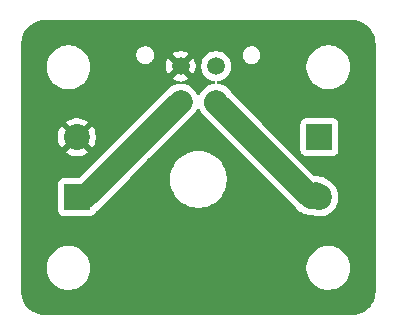
<source format=gbr>
%TF.GenerationSoftware,KiCad,Pcbnew,9.0.0*%
%TF.CreationDate,2025-03-01T23:02:35+01:00*%
%TF.ProjectId,vcore3-molex-shelf,76636f72-6533-42d6-9d6f-6c65782d7368,rev?*%
%TF.SameCoordinates,Original*%
%TF.FileFunction,Copper,L1,Top*%
%TF.FilePolarity,Positive*%
%FSLAX46Y46*%
G04 Gerber Fmt 4.6, Leading zero omitted, Abs format (unit mm)*
G04 Created by KiCad (PCBNEW 9.0.0) date 2025-03-01 23:02:35*
%MOMM*%
%LPD*%
G01*
G04 APERTURE LIST*
G04 Aperture macros list*
%AMRoundRect*
0 Rectangle with rounded corners*
0 $1 Rounding radius*
0 $2 $3 $4 $5 $6 $7 $8 $9 X,Y pos of 4 corners*
0 Add a 4 corners polygon primitive as box body*
4,1,4,$2,$3,$4,$5,$6,$7,$8,$9,$2,$3,0*
0 Add four circle primitives for the rounded corners*
1,1,$1+$1,$2,$3*
1,1,$1+$1,$4,$5*
1,1,$1+$1,$6,$7*
1,1,$1+$1,$8,$9*
0 Add four rect primitives between the rounded corners*
20,1,$1+$1,$2,$3,$4,$5,0*
20,1,$1+$1,$4,$5,$6,$7,0*
20,1,$1+$1,$6,$7,$8,$9,0*
20,1,$1+$1,$8,$9,$2,$3,0*%
G04 Aperture macros list end*
%TA.AperFunction,ComponentPad*%
%ADD10RoundRect,0.250001X0.499999X0.499999X-0.499999X0.499999X-0.499999X-0.499999X0.499999X-0.499999X0*%
%TD*%
%TA.AperFunction,ComponentPad*%
%ADD11C,1.500000*%
%TD*%
%TA.AperFunction,ComponentPad*%
%ADD12R,2.200000X2.200000*%
%TD*%
%TA.AperFunction,ComponentPad*%
%ADD13C,2.200000*%
%TD*%
%TA.AperFunction,ViaPad*%
%ADD14C,0.800000*%
%TD*%
%TA.AperFunction,Conductor*%
%ADD15C,2.000000*%
%TD*%
G04 APERTURE END LIST*
D10*
%TO.P,J0,1,Pin_1*%
%TO.N,Net-(J0-Pin_1)*%
X177500000Y-107915000D03*
D11*
%TO.P,J0,2,Pin_2*%
%TO.N,Net-(J0-Pin_2)*%
X174500000Y-107915000D03*
%TO.P,J0,3,Pin_3*%
%TO.N,Net-(J0-Pin_3)*%
X177500000Y-104915000D03*
%TO.P,J0,4,Pin_4*%
%TO.N,GND*%
X174500000Y-104915000D03*
%TD*%
D12*
%TO.P,J2,1,Pin_1*%
%TO.N,Net-(J0-Pin_3)*%
X186250000Y-110920000D03*
D13*
%TO.P,J2,2,Pin_2*%
%TO.N,Net-(J0-Pin_1)*%
X186250000Y-116000000D03*
%TD*%
D12*
%TO.P,J1,1,Pin_1*%
%TO.N,Net-(J0-Pin_2)*%
X165716999Y-116000000D03*
D13*
%TO.P,J1,2,Pin_2*%
%TO.N,GND*%
X165716999Y-110920000D03*
%TD*%
D14*
%TO.N,GND*%
X179500000Y-113000000D03*
X185750000Y-113000000D03*
X165500000Y-113500000D03*
X176500000Y-102500000D03*
X168000000Y-108000000D03*
X167500000Y-118500000D03*
X169000000Y-124500000D03*
X181500000Y-105500000D03*
X172000000Y-113000000D03*
X183000000Y-124500000D03*
X188000000Y-117500000D03*
%TD*%
D15*
%TO.N,Net-(J0-Pin_2)*%
X166415000Y-116000000D02*
X165716999Y-116000000D01*
X174500000Y-107915000D02*
X166415000Y-116000000D01*
%TO.N,Net-(J0-Pin_1)*%
X185500000Y-116000000D02*
X186250000Y-116000000D01*
X177500000Y-107915000D02*
X177500000Y-108000000D01*
X177500000Y-108000000D02*
X185500000Y-116000000D01*
X185977001Y-115727001D02*
X186250000Y-116000000D01*
%TD*%
%TA.AperFunction,Conductor*%
%TO.N,GND*%
G36*
X189004119Y-101000770D02*
G01*
X189231523Y-101015674D01*
X189241163Y-101016681D01*
X189292634Y-101024081D01*
X189299176Y-101025202D01*
X189495706Y-101064294D01*
X189506582Y-101066967D01*
X189548717Y-101079338D01*
X189553663Y-101080903D01*
X189751890Y-101148193D01*
X189763707Y-101152882D01*
X189786843Y-101163448D01*
X189790168Y-101165028D01*
X189992351Y-101264733D01*
X190006607Y-101272964D01*
X190210352Y-101409102D01*
X190223418Y-101419127D01*
X190407658Y-101580701D01*
X190419298Y-101592341D01*
X190580870Y-101776579D01*
X190590897Y-101789647D01*
X190727028Y-101993381D01*
X190727030Y-101993383D01*
X190735271Y-102007657D01*
X190834957Y-102209802D01*
X190836565Y-102213188D01*
X190847112Y-102236283D01*
X190851811Y-102248123D01*
X190919081Y-102446293D01*
X190920664Y-102451296D01*
X190933027Y-102493399D01*
X190935710Y-102504317D01*
X190974786Y-102700765D01*
X190975925Y-102707416D01*
X190983314Y-102758812D01*
X190984326Y-102768501D01*
X190999230Y-102995880D01*
X190999500Y-103004121D01*
X190999500Y-123995878D01*
X190999230Y-124004118D01*
X190999230Y-124004119D01*
X190984326Y-124231497D01*
X190983314Y-124241186D01*
X190975925Y-124292582D01*
X190974786Y-124299233D01*
X190935710Y-124495681D01*
X190933027Y-124506599D01*
X190920664Y-124548702D01*
X190919081Y-124553705D01*
X190851811Y-124751875D01*
X190847112Y-124763715D01*
X190836565Y-124786810D01*
X190834957Y-124790196D01*
X190735270Y-124992342D01*
X190727029Y-125006616D01*
X190590897Y-125210352D01*
X190580864Y-125223428D01*
X190419305Y-125407651D01*
X190407651Y-125419305D01*
X190223428Y-125580864D01*
X190210352Y-125590897D01*
X190006616Y-125727029D01*
X189992342Y-125735270D01*
X189790196Y-125834957D01*
X189786810Y-125836565D01*
X189763715Y-125847112D01*
X189751875Y-125851811D01*
X189553705Y-125919081D01*
X189548702Y-125920664D01*
X189506599Y-125933027D01*
X189495681Y-125935710D01*
X189299233Y-125974786D01*
X189292582Y-125975925D01*
X189241186Y-125983314D01*
X189231497Y-125984326D01*
X189004119Y-125999230D01*
X188995878Y-125999500D01*
X163004122Y-125999500D01*
X162995881Y-125999230D01*
X162768501Y-125984326D01*
X162758812Y-125983314D01*
X162707416Y-125975925D01*
X162700765Y-125974786D01*
X162504317Y-125935710D01*
X162493399Y-125933027D01*
X162451296Y-125920664D01*
X162446293Y-125919081D01*
X162248123Y-125851811D01*
X162236283Y-125847112D01*
X162213188Y-125836565D01*
X162209802Y-125834957D01*
X162077090Y-125769511D01*
X162007653Y-125735269D01*
X161993387Y-125727032D01*
X161789647Y-125590897D01*
X161776579Y-125580870D01*
X161592341Y-125419298D01*
X161580701Y-125407658D01*
X161419127Y-125223418D01*
X161409102Y-125210352D01*
X161344590Y-125113803D01*
X161272964Y-125006607D01*
X161264733Y-124992351D01*
X161165028Y-124790168D01*
X161163448Y-124786843D01*
X161152882Y-124763707D01*
X161148193Y-124751890D01*
X161080904Y-124553664D01*
X161079334Y-124548702D01*
X161066967Y-124506582D01*
X161064294Y-124495706D01*
X161025202Y-124299176D01*
X161024081Y-124292634D01*
X161016681Y-124241163D01*
X161015674Y-124231523D01*
X161000770Y-124004118D01*
X161000500Y-123995878D01*
X161000500Y-121878709D01*
X163149500Y-121878709D01*
X163149500Y-122121290D01*
X163181160Y-122361782D01*
X163243944Y-122596095D01*
X163243945Y-122596097D01*
X163243946Y-122596100D01*
X163336776Y-122820212D01*
X163336777Y-122820213D01*
X163336782Y-122820224D01*
X163458061Y-123030285D01*
X163458063Y-123030288D01*
X163458064Y-123030289D01*
X163605735Y-123222738D01*
X163605739Y-123222742D01*
X163605744Y-123222748D01*
X163777251Y-123394255D01*
X163777256Y-123394259D01*
X163777262Y-123394265D01*
X163969711Y-123541936D01*
X163969714Y-123541938D01*
X164179775Y-123663217D01*
X164179779Y-123663218D01*
X164179788Y-123663224D01*
X164403900Y-123756054D01*
X164638211Y-123818838D01*
X164638215Y-123818838D01*
X164638217Y-123818839D01*
X164700202Y-123826999D01*
X164878712Y-123850500D01*
X164878719Y-123850500D01*
X165121281Y-123850500D01*
X165121288Y-123850500D01*
X165338637Y-123821885D01*
X165361782Y-123818839D01*
X165361782Y-123818838D01*
X165361789Y-123818838D01*
X165596100Y-123756054D01*
X165820212Y-123663224D01*
X166030289Y-123541936D01*
X166222738Y-123394265D01*
X166394265Y-123222738D01*
X166541936Y-123030289D01*
X166663224Y-122820212D01*
X166756054Y-122596100D01*
X166818838Y-122361789D01*
X166850500Y-122121288D01*
X166850500Y-121878712D01*
X166850500Y-121878709D01*
X185149500Y-121878709D01*
X185149500Y-122121290D01*
X185181160Y-122361782D01*
X185243944Y-122596095D01*
X185243945Y-122596097D01*
X185243946Y-122596100D01*
X185336776Y-122820212D01*
X185336777Y-122820213D01*
X185336782Y-122820224D01*
X185458061Y-123030285D01*
X185458063Y-123030288D01*
X185458064Y-123030289D01*
X185605735Y-123222738D01*
X185605739Y-123222742D01*
X185605744Y-123222748D01*
X185777251Y-123394255D01*
X185777256Y-123394259D01*
X185777262Y-123394265D01*
X185969711Y-123541936D01*
X185969714Y-123541938D01*
X186179775Y-123663217D01*
X186179779Y-123663218D01*
X186179788Y-123663224D01*
X186403900Y-123756054D01*
X186638211Y-123818838D01*
X186638215Y-123818838D01*
X186638217Y-123818839D01*
X186700202Y-123826999D01*
X186878712Y-123850500D01*
X186878719Y-123850500D01*
X187121281Y-123850500D01*
X187121288Y-123850500D01*
X187338637Y-123821885D01*
X187361782Y-123818839D01*
X187361782Y-123818838D01*
X187361789Y-123818838D01*
X187596100Y-123756054D01*
X187820212Y-123663224D01*
X188030289Y-123541936D01*
X188222738Y-123394265D01*
X188394265Y-123222738D01*
X188541936Y-123030289D01*
X188663224Y-122820212D01*
X188756054Y-122596100D01*
X188818838Y-122361789D01*
X188850500Y-122121288D01*
X188850500Y-121878712D01*
X188818838Y-121638211D01*
X188756054Y-121403900D01*
X188663224Y-121179788D01*
X188663218Y-121179779D01*
X188663217Y-121179775D01*
X188541938Y-120969714D01*
X188541936Y-120969711D01*
X188394265Y-120777262D01*
X188394259Y-120777256D01*
X188394255Y-120777251D01*
X188222748Y-120605744D01*
X188222742Y-120605739D01*
X188222738Y-120605735D01*
X188030289Y-120458064D01*
X188030288Y-120458063D01*
X188030285Y-120458061D01*
X187820224Y-120336782D01*
X187820216Y-120336778D01*
X187820212Y-120336776D01*
X187596100Y-120243946D01*
X187596097Y-120243945D01*
X187596095Y-120243944D01*
X187361782Y-120181160D01*
X187121290Y-120149500D01*
X187121288Y-120149500D01*
X186878712Y-120149500D01*
X186878709Y-120149500D01*
X186638217Y-120181160D01*
X186403904Y-120243944D01*
X186403900Y-120243946D01*
X186179786Y-120336777D01*
X186179775Y-120336782D01*
X185969714Y-120458061D01*
X185777262Y-120605735D01*
X185777251Y-120605744D01*
X185605744Y-120777251D01*
X185605735Y-120777262D01*
X185458061Y-120969714D01*
X185336782Y-121179775D01*
X185336777Y-121179786D01*
X185243946Y-121403900D01*
X185243944Y-121403904D01*
X185181160Y-121638217D01*
X185149500Y-121878709D01*
X166850500Y-121878709D01*
X166818838Y-121638211D01*
X166756054Y-121403900D01*
X166663224Y-121179788D01*
X166663218Y-121179779D01*
X166663217Y-121179775D01*
X166541938Y-120969714D01*
X166541936Y-120969711D01*
X166394265Y-120777262D01*
X166394259Y-120777256D01*
X166394255Y-120777251D01*
X166222748Y-120605744D01*
X166222742Y-120605739D01*
X166222738Y-120605735D01*
X166030289Y-120458064D01*
X166030288Y-120458063D01*
X166030285Y-120458061D01*
X165820224Y-120336782D01*
X165820216Y-120336778D01*
X165820212Y-120336776D01*
X165596100Y-120243946D01*
X165596097Y-120243945D01*
X165596095Y-120243944D01*
X165361782Y-120181160D01*
X165121290Y-120149500D01*
X165121288Y-120149500D01*
X164878712Y-120149500D01*
X164878709Y-120149500D01*
X164638217Y-120181160D01*
X164403904Y-120243944D01*
X164403900Y-120243946D01*
X164179786Y-120336777D01*
X164179775Y-120336782D01*
X163969714Y-120458061D01*
X163777262Y-120605735D01*
X163777251Y-120605744D01*
X163605744Y-120777251D01*
X163605735Y-120777262D01*
X163458061Y-120969714D01*
X163336782Y-121179775D01*
X163336777Y-121179786D01*
X163243946Y-121403900D01*
X163243944Y-121403904D01*
X163181160Y-121638217D01*
X163149500Y-121878709D01*
X161000500Y-121878709D01*
X161000500Y-114851350D01*
X164108499Y-114851350D01*
X164108499Y-117148649D01*
X164115008Y-117209196D01*
X164115010Y-117209204D01*
X164166109Y-117346202D01*
X164166111Y-117346207D01*
X164253737Y-117463261D01*
X164370791Y-117550887D01*
X164370793Y-117550888D01*
X164370795Y-117550889D01*
X164419068Y-117568894D01*
X164507794Y-117601988D01*
X164507802Y-117601990D01*
X164568349Y-117608499D01*
X164568354Y-117608499D01*
X164568361Y-117608500D01*
X164568367Y-117608500D01*
X166865631Y-117608500D01*
X166865637Y-117608500D01*
X166865644Y-117608499D01*
X166865648Y-117608499D01*
X166926195Y-117601990D01*
X166926198Y-117601989D01*
X166926200Y-117601989D01*
X167063203Y-117550889D01*
X167180260Y-117463261D01*
X167229127Y-117397983D01*
X167267886Y-117346207D01*
X167267886Y-117346206D01*
X167267888Y-117346204D01*
X167306422Y-117242889D01*
X167348967Y-117186057D01*
X167350304Y-117185069D01*
X167397722Y-117150620D01*
X167565620Y-116982722D01*
X167572793Y-116975549D01*
X167572804Y-116975535D01*
X170183151Y-114365189D01*
X173599500Y-114365189D01*
X173599500Y-114634810D01*
X173629688Y-114902735D01*
X173689685Y-115165597D01*
X173778726Y-115420061D01*
X173778737Y-115420088D01*
X173895717Y-115663000D01*
X174039159Y-115891286D01*
X174207268Y-116102088D01*
X174397911Y-116292731D01*
X174608713Y-116460840D01*
X174836999Y-116604282D01*
X174837002Y-116604283D01*
X174837003Y-116604284D01*
X175079921Y-116721267D01*
X175079937Y-116721272D01*
X175079938Y-116721273D01*
X175334402Y-116810314D01*
X175334405Y-116810314D01*
X175334409Y-116810316D01*
X175597268Y-116870312D01*
X175787248Y-116891717D01*
X175865189Y-116900500D01*
X175865191Y-116900500D01*
X176134811Y-116900500D01*
X176202853Y-116892833D01*
X176402732Y-116870312D01*
X176665591Y-116810316D01*
X176920079Y-116721267D01*
X177162997Y-116604284D01*
X177391289Y-116460838D01*
X177602085Y-116292734D01*
X177792734Y-116102085D01*
X177960838Y-115891289D01*
X177972074Y-115873408D01*
X178104282Y-115663000D01*
X178104281Y-115663000D01*
X178104284Y-115662997D01*
X178221267Y-115420079D01*
X178310316Y-115165591D01*
X178370312Y-114902732D01*
X178400500Y-114634809D01*
X178400500Y-114365191D01*
X178396424Y-114329020D01*
X178379813Y-114181595D01*
X178370312Y-114097268D01*
X178310316Y-113834409D01*
X178221267Y-113579921D01*
X178104284Y-113337003D01*
X178104283Y-113337002D01*
X178104282Y-113336999D01*
X177960840Y-113108713D01*
X177792731Y-112897911D01*
X177602088Y-112707268D01*
X177391286Y-112539159D01*
X177163000Y-112395717D01*
X176920088Y-112278737D01*
X176920083Y-112278735D01*
X176920079Y-112278733D01*
X176920073Y-112278730D01*
X176920061Y-112278726D01*
X176665597Y-112189685D01*
X176402735Y-112129688D01*
X176134811Y-112099500D01*
X176134809Y-112099500D01*
X175865191Y-112099500D01*
X175865189Y-112099500D01*
X175597264Y-112129688D01*
X175334402Y-112189685D01*
X175079938Y-112278726D01*
X175079911Y-112278737D01*
X174836999Y-112395717D01*
X174608713Y-112539159D01*
X174397911Y-112707268D01*
X174207268Y-112897911D01*
X174039159Y-113108713D01*
X173895717Y-113336999D01*
X173778737Y-113579911D01*
X173778726Y-113579938D01*
X173689685Y-113834402D01*
X173629688Y-114097264D01*
X173599500Y-114365189D01*
X170183151Y-114365189D01*
X175650620Y-108897721D01*
X175790185Y-108705626D01*
X175867607Y-108553676D01*
X175916353Y-108502063D01*
X175985268Y-108484997D01*
X176052469Y-108507897D01*
X176096622Y-108563495D01*
X176099700Y-108571929D01*
X176102018Y-108579063D01*
X176209815Y-108790627D01*
X176349380Y-108982722D01*
X176349382Y-108982724D01*
X176349384Y-108982727D01*
X176521667Y-109155010D01*
X176521689Y-109155030D01*
X184346204Y-116979545D01*
X184346233Y-116979576D01*
X184517272Y-117150615D01*
X184517275Y-117150617D01*
X184517278Y-117150620D01*
X184622262Y-117226895D01*
X184709373Y-117290185D01*
X184920936Y-117397982D01*
X185146753Y-117471354D01*
X185146754Y-117471354D01*
X185146759Y-117471356D01*
X185381278Y-117508500D01*
X185618721Y-117508500D01*
X185667512Y-117508500D01*
X185706448Y-117514667D01*
X185873336Y-117568892D01*
X185873337Y-117568892D01*
X185873342Y-117568894D01*
X186123408Y-117608500D01*
X186123411Y-117608500D01*
X186376589Y-117608500D01*
X186376592Y-117608500D01*
X186626658Y-117568894D01*
X186867450Y-117490656D01*
X187093038Y-117375713D01*
X187297868Y-117226895D01*
X187476895Y-117047868D01*
X187625713Y-116843038D01*
X187740656Y-116617450D01*
X187818894Y-116376658D01*
X187858500Y-116126592D01*
X187858500Y-115873408D01*
X187818894Y-115623342D01*
X187740656Y-115382550D01*
X187625713Y-115156962D01*
X187476895Y-114952132D01*
X187476892Y-114952129D01*
X187476890Y-114952126D01*
X187297873Y-114773109D01*
X187297870Y-114773107D01*
X187297868Y-114773105D01*
X187093038Y-114624287D01*
X186876291Y-114513848D01*
X186859447Y-114503526D01*
X186767628Y-114436816D01*
X186556064Y-114329019D01*
X186556061Y-114329018D01*
X186556059Y-114329017D01*
X186330246Y-114255646D01*
X186330244Y-114255645D01*
X186330242Y-114255645D01*
X186095723Y-114218500D01*
X185904031Y-114218500D01*
X185835910Y-114198498D01*
X185814936Y-114181595D01*
X181404691Y-109771350D01*
X184641500Y-109771350D01*
X184641500Y-112068649D01*
X184648009Y-112129196D01*
X184648011Y-112129204D01*
X184699110Y-112266202D01*
X184699112Y-112266207D01*
X184786738Y-112383261D01*
X184903792Y-112470887D01*
X184903794Y-112470888D01*
X184903796Y-112470889D01*
X184962875Y-112492924D01*
X185040795Y-112521988D01*
X185040803Y-112521990D01*
X185101350Y-112528499D01*
X185101355Y-112528499D01*
X185101362Y-112528500D01*
X185101368Y-112528500D01*
X187398632Y-112528500D01*
X187398638Y-112528500D01*
X187398645Y-112528499D01*
X187398649Y-112528499D01*
X187459196Y-112521990D01*
X187459199Y-112521989D01*
X187459201Y-112521989D01*
X187596204Y-112470889D01*
X187713261Y-112383261D01*
X187779120Y-112295284D01*
X187800887Y-112266207D01*
X187800887Y-112266206D01*
X187800889Y-112266204D01*
X187851989Y-112129201D01*
X187858500Y-112068638D01*
X187858500Y-109771362D01*
X187858499Y-109771350D01*
X187851990Y-109710803D01*
X187851988Y-109710795D01*
X187822924Y-109632875D01*
X187800889Y-109573796D01*
X187800888Y-109573794D01*
X187800887Y-109573792D01*
X187713261Y-109456738D01*
X187596207Y-109369112D01*
X187596202Y-109369110D01*
X187459204Y-109318011D01*
X187459196Y-109318009D01*
X187398649Y-109311500D01*
X187398638Y-109311500D01*
X185101362Y-109311500D01*
X185101350Y-109311500D01*
X185040803Y-109318009D01*
X185040795Y-109318011D01*
X184903797Y-109369110D01*
X184903792Y-109369112D01*
X184786738Y-109456738D01*
X184699112Y-109573792D01*
X184699110Y-109573797D01*
X184648011Y-109710795D01*
X184648009Y-109710803D01*
X184641500Y-109771350D01*
X181404691Y-109771350D01*
X178838030Y-107204689D01*
X178814858Y-107172797D01*
X178790185Y-107124373D01*
X178650620Y-106932278D01*
X178650617Y-106932275D01*
X178650615Y-106932272D01*
X178482727Y-106764384D01*
X178482724Y-106764382D01*
X178482722Y-106764380D01*
X178290627Y-106624815D01*
X178079063Y-106517018D01*
X178079060Y-106517017D01*
X178079058Y-106517016D01*
X177853246Y-106443645D01*
X177853242Y-106443644D01*
X177853241Y-106443644D01*
X177775165Y-106431278D01*
X177659069Y-106412890D01*
X177594916Y-106382477D01*
X177557389Y-106322209D01*
X177558403Y-106251219D01*
X177597636Y-106192048D01*
X177659065Y-106163993D01*
X177794700Y-106142512D01*
X177983097Y-106081298D01*
X178159598Y-105991366D01*
X178319858Y-105874930D01*
X178459930Y-105734858D01*
X178576366Y-105574598D01*
X178666298Y-105398097D01*
X178727512Y-105209700D01*
X178758500Y-105014046D01*
X178758500Y-104878709D01*
X185149500Y-104878709D01*
X185149500Y-105121290D01*
X185181160Y-105361782D01*
X185243944Y-105596095D01*
X185243945Y-105596097D01*
X185243946Y-105596100D01*
X185336776Y-105820212D01*
X185336777Y-105820213D01*
X185336782Y-105820224D01*
X185458061Y-106030285D01*
X185458063Y-106030288D01*
X185458064Y-106030289D01*
X185605735Y-106222738D01*
X185605739Y-106222742D01*
X185605744Y-106222748D01*
X185777251Y-106394255D01*
X185777256Y-106394259D01*
X185777262Y-106394265D01*
X185969711Y-106541936D01*
X185969714Y-106541938D01*
X186179775Y-106663217D01*
X186179779Y-106663218D01*
X186179788Y-106663224D01*
X186403900Y-106756054D01*
X186638211Y-106818838D01*
X186638215Y-106818838D01*
X186638217Y-106818839D01*
X186700202Y-106826999D01*
X186878712Y-106850500D01*
X186878719Y-106850500D01*
X187121281Y-106850500D01*
X187121288Y-106850500D01*
X187338637Y-106821885D01*
X187361782Y-106818839D01*
X187361782Y-106818838D01*
X187361789Y-106818838D01*
X187596100Y-106756054D01*
X187820212Y-106663224D01*
X188030289Y-106541936D01*
X188222738Y-106394265D01*
X188394265Y-106222738D01*
X188541936Y-106030289D01*
X188663224Y-105820212D01*
X188756054Y-105596100D01*
X188818838Y-105361789D01*
X188850500Y-105121288D01*
X188850500Y-104878712D01*
X188819085Y-104640084D01*
X188818839Y-104638217D01*
X188818838Y-104638215D01*
X188818838Y-104638211D01*
X188756054Y-104403900D01*
X188663224Y-104179788D01*
X188663218Y-104179779D01*
X188663217Y-104179775D01*
X188541938Y-103969714D01*
X188530702Y-103955071D01*
X188394265Y-103777262D01*
X188394259Y-103777256D01*
X188394255Y-103777251D01*
X188222748Y-103605744D01*
X188222742Y-103605739D01*
X188222738Y-103605735D01*
X188030289Y-103458064D01*
X188030288Y-103458063D01*
X188030285Y-103458061D01*
X187820224Y-103336782D01*
X187820216Y-103336778D01*
X187820212Y-103336776D01*
X187596100Y-103243946D01*
X187596097Y-103243945D01*
X187596095Y-103243944D01*
X187361782Y-103181160D01*
X187121290Y-103149500D01*
X187121288Y-103149500D01*
X186878712Y-103149500D01*
X186878709Y-103149500D01*
X186638217Y-103181160D01*
X186403904Y-103243944D01*
X186403900Y-103243946D01*
X186179786Y-103336777D01*
X186179775Y-103336782D01*
X185969714Y-103458061D01*
X185777262Y-103605735D01*
X185777251Y-103605744D01*
X185605744Y-103777251D01*
X185605735Y-103777262D01*
X185458061Y-103969714D01*
X185336782Y-104179775D01*
X185336777Y-104179786D01*
X185336776Y-104179788D01*
X185305456Y-104255402D01*
X185243946Y-104403900D01*
X185243944Y-104403904D01*
X185181160Y-104638217D01*
X185149500Y-104878709D01*
X178758500Y-104878709D01*
X178758500Y-104815954D01*
X178727512Y-104620300D01*
X178666298Y-104431903D01*
X178576366Y-104255402D01*
X178459930Y-104095142D01*
X178459928Y-104095139D01*
X178319860Y-103955071D01*
X178245552Y-103901083D01*
X179749500Y-103901083D01*
X179749500Y-104048916D01*
X179778342Y-104193913D01*
X179778343Y-104193916D01*
X179803918Y-104255660D01*
X179834916Y-104330495D01*
X179917049Y-104453416D01*
X180021584Y-104557951D01*
X180144505Y-104640084D01*
X180281087Y-104696658D01*
X180426082Y-104725500D01*
X180426087Y-104725500D01*
X180573913Y-104725500D01*
X180573918Y-104725500D01*
X180718913Y-104696658D01*
X180855495Y-104640084D01*
X180978416Y-104557951D01*
X181082951Y-104453416D01*
X181165084Y-104330495D01*
X181221658Y-104193913D01*
X181250500Y-104048918D01*
X181250500Y-103901082D01*
X181221658Y-103756087D01*
X181165084Y-103619505D01*
X181082951Y-103496584D01*
X180978416Y-103392049D01*
X180855495Y-103309916D01*
X180718916Y-103253343D01*
X180718913Y-103253342D01*
X180671667Y-103243944D01*
X180573918Y-103224500D01*
X180426082Y-103224500D01*
X180353584Y-103238921D01*
X180281086Y-103253342D01*
X180281083Y-103253343D01*
X180144504Y-103309916D01*
X180021588Y-103392046D01*
X180021581Y-103392051D01*
X179917051Y-103496581D01*
X179917046Y-103496588D01*
X179834916Y-103619504D01*
X179778343Y-103756083D01*
X179778342Y-103756086D01*
X179749500Y-103901083D01*
X178245552Y-103901083D01*
X178159601Y-103838636D01*
X178159600Y-103838635D01*
X178159598Y-103838634D01*
X177983097Y-103748702D01*
X177794700Y-103687488D01*
X177599046Y-103656500D01*
X177400954Y-103656500D01*
X177205300Y-103687488D01*
X177205297Y-103687488D01*
X177205296Y-103687489D01*
X177016903Y-103748702D01*
X177016901Y-103748703D01*
X176840398Y-103838636D01*
X176680139Y-103955071D01*
X176540071Y-104095139D01*
X176423636Y-104255398D01*
X176423634Y-104255402D01*
X176333702Y-104431903D01*
X176272488Y-104620300D01*
X176241500Y-104815954D01*
X176241500Y-105014046D01*
X176272488Y-105209700D01*
X176333702Y-105398097D01*
X176423634Y-105574598D01*
X176423636Y-105574601D01*
X176540071Y-105734860D01*
X176680139Y-105874928D01*
X176680142Y-105874930D01*
X176840402Y-105991366D01*
X177016903Y-106081298D01*
X177205300Y-106142512D01*
X177340932Y-106163993D01*
X177405082Y-106194404D01*
X177442609Y-106254672D01*
X177441596Y-106325661D01*
X177402364Y-106384833D01*
X177340930Y-106412890D01*
X177165401Y-106440691D01*
X177146766Y-106443643D01*
X177146753Y-106443645D01*
X176920941Y-106517016D01*
X176920935Y-106517019D01*
X176709369Y-106624817D01*
X176517275Y-106764382D01*
X176517272Y-106764384D01*
X176349384Y-106932272D01*
X176349382Y-106932275D01*
X176209817Y-107124369D01*
X176112267Y-107315823D01*
X176063519Y-107367438D01*
X175994604Y-107384504D01*
X175927402Y-107361603D01*
X175887733Y-107315823D01*
X175790185Y-107124373D01*
X175650620Y-106932278D01*
X175650617Y-106932275D01*
X175650615Y-106932272D01*
X175482727Y-106764384D01*
X175482724Y-106764382D01*
X175482722Y-106764380D01*
X175290627Y-106624815D01*
X175079063Y-106517018D01*
X175079062Y-106517017D01*
X175079061Y-106517017D01*
X174853244Y-106443644D01*
X174853241Y-106443643D01*
X174657471Y-106412636D01*
X174593320Y-106382224D01*
X174555793Y-106321956D01*
X174556807Y-106250967D01*
X174596040Y-106191795D01*
X174657473Y-106163739D01*
X174794585Y-106142022D01*
X174982902Y-106080834D01*
X175159337Y-105990936D01*
X175159339Y-105990935D01*
X175192575Y-105966787D01*
X175192576Y-105966786D01*
X174624947Y-105399157D01*
X174692993Y-105380925D01*
X174807007Y-105315099D01*
X174900099Y-105222007D01*
X174965925Y-105107993D01*
X174984158Y-105039947D01*
X175551786Y-105607576D01*
X175551787Y-105607575D01*
X175575935Y-105574339D01*
X175575936Y-105574337D01*
X175665834Y-105397902D01*
X175727022Y-105209585D01*
X175758000Y-105014003D01*
X175758000Y-104815996D01*
X175727022Y-104620414D01*
X175665834Y-104432097D01*
X175575935Y-104255660D01*
X175551787Y-104222423D01*
X175551785Y-104222423D01*
X174984157Y-104790051D01*
X174965925Y-104722007D01*
X174900099Y-104607993D01*
X174807007Y-104514901D01*
X174692993Y-104449075D01*
X174624946Y-104430841D01*
X175192575Y-103863212D01*
X175159330Y-103839058D01*
X174982905Y-103749166D01*
X174794585Y-103687977D01*
X174599004Y-103657000D01*
X174400996Y-103657000D01*
X174205414Y-103687977D01*
X174017094Y-103749166D01*
X173840671Y-103839057D01*
X173840667Y-103839060D01*
X173807422Y-103863212D01*
X174375052Y-104430842D01*
X174307007Y-104449075D01*
X174192993Y-104514901D01*
X174099901Y-104607993D01*
X174034075Y-104722007D01*
X174015842Y-104790052D01*
X173448212Y-104222422D01*
X173424060Y-104255667D01*
X173424057Y-104255671D01*
X173334166Y-104432094D01*
X173272977Y-104620414D01*
X173242000Y-104815996D01*
X173242000Y-105014003D01*
X173272977Y-105209585D01*
X173334166Y-105397905D01*
X173424058Y-105574330D01*
X173448212Y-105607575D01*
X174015841Y-105039946D01*
X174034075Y-105107993D01*
X174099901Y-105222007D01*
X174192993Y-105315099D01*
X174307007Y-105380925D01*
X174375051Y-105399157D01*
X173807423Y-105966785D01*
X173807423Y-105966787D01*
X173840660Y-105990935D01*
X174017097Y-106080834D01*
X174205414Y-106142022D01*
X174342526Y-106163739D01*
X174406679Y-106194151D01*
X174444206Y-106254420D01*
X174443192Y-106325409D01*
X174403959Y-106384581D01*
X174342527Y-106412636D01*
X174146759Y-106443643D01*
X174146756Y-106443643D01*
X174146755Y-106443644D01*
X173920938Y-106517017D01*
X173709370Y-106624817D01*
X173517276Y-106764382D01*
X173517273Y-106764384D01*
X165927064Y-114354595D01*
X165864752Y-114388621D01*
X165837969Y-114391500D01*
X164568349Y-114391500D01*
X164507802Y-114398009D01*
X164507794Y-114398011D01*
X164370796Y-114449110D01*
X164370791Y-114449112D01*
X164253737Y-114536738D01*
X164166111Y-114653792D01*
X164166109Y-114653797D01*
X164115010Y-114790795D01*
X164115008Y-114790803D01*
X164108499Y-114851350D01*
X161000500Y-114851350D01*
X161000500Y-110793451D01*
X164108999Y-110793451D01*
X164108999Y-111046548D01*
X164148595Y-111296546D01*
X164226805Y-111537253D01*
X164226808Y-111537259D01*
X164341716Y-111762779D01*
X164414638Y-111863148D01*
X164414640Y-111863148D01*
X165076032Y-111201755D01*
X165096668Y-111251574D01*
X165173274Y-111366223D01*
X165270776Y-111463725D01*
X165385425Y-111540331D01*
X165435241Y-111560965D01*
X164773849Y-112222357D01*
X164773849Y-112222359D01*
X164874219Y-112295282D01*
X165099739Y-112410190D01*
X165099745Y-112410193D01*
X165340453Y-112488403D01*
X165340450Y-112488403D01*
X165590450Y-112528000D01*
X165843548Y-112528000D01*
X166093545Y-112488403D01*
X166334252Y-112410193D01*
X166334258Y-112410190D01*
X166559774Y-112295284D01*
X166660147Y-112222358D01*
X166660147Y-112222357D01*
X165998755Y-111560965D01*
X166048573Y-111540331D01*
X166163222Y-111463725D01*
X166260724Y-111366223D01*
X166337330Y-111251574D01*
X166357964Y-111201756D01*
X167019356Y-111863148D01*
X167019357Y-111863148D01*
X167092283Y-111762775D01*
X167207189Y-111537259D01*
X167207192Y-111537253D01*
X167285402Y-111296546D01*
X167324999Y-111046548D01*
X167324999Y-110793451D01*
X167285402Y-110543453D01*
X167207192Y-110302746D01*
X167207189Y-110302740D01*
X167092281Y-110077220D01*
X167019358Y-109976850D01*
X167019356Y-109976850D01*
X166357964Y-110638242D01*
X166337330Y-110588426D01*
X166260724Y-110473777D01*
X166163222Y-110376275D01*
X166048573Y-110299669D01*
X165998755Y-110279034D01*
X166660147Y-109617641D01*
X166660147Y-109617639D01*
X166559778Y-109544717D01*
X166334258Y-109429809D01*
X166334252Y-109429806D01*
X166093544Y-109351596D01*
X166093547Y-109351596D01*
X165843548Y-109312000D01*
X165590450Y-109312000D01*
X165340452Y-109351596D01*
X165099745Y-109429806D01*
X165099739Y-109429809D01*
X164874224Y-109544714D01*
X164874223Y-109544715D01*
X164773849Y-109617640D01*
X164773849Y-109617641D01*
X165435242Y-110279034D01*
X165385425Y-110299669D01*
X165270776Y-110376275D01*
X165173274Y-110473777D01*
X165096668Y-110588426D01*
X165076033Y-110638243D01*
X164414640Y-109976850D01*
X164414639Y-109976850D01*
X164341714Y-110077224D01*
X164341713Y-110077225D01*
X164226808Y-110302740D01*
X164226805Y-110302746D01*
X164148595Y-110543453D01*
X164108999Y-110793451D01*
X161000500Y-110793451D01*
X161000500Y-104878709D01*
X163149500Y-104878709D01*
X163149500Y-105121290D01*
X163181160Y-105361782D01*
X163243944Y-105596095D01*
X163243945Y-105596097D01*
X163243946Y-105596100D01*
X163336776Y-105820212D01*
X163336777Y-105820213D01*
X163336782Y-105820224D01*
X163458061Y-106030285D01*
X163458063Y-106030288D01*
X163458064Y-106030289D01*
X163605735Y-106222738D01*
X163605739Y-106222742D01*
X163605744Y-106222748D01*
X163777251Y-106394255D01*
X163777256Y-106394259D01*
X163777262Y-106394265D01*
X163969711Y-106541936D01*
X163969714Y-106541938D01*
X164179775Y-106663217D01*
X164179779Y-106663218D01*
X164179788Y-106663224D01*
X164403900Y-106756054D01*
X164638211Y-106818838D01*
X164638215Y-106818838D01*
X164638217Y-106818839D01*
X164700202Y-106826999D01*
X164878712Y-106850500D01*
X164878719Y-106850500D01*
X165121281Y-106850500D01*
X165121288Y-106850500D01*
X165338637Y-106821885D01*
X165361782Y-106818839D01*
X165361782Y-106818838D01*
X165361789Y-106818838D01*
X165596100Y-106756054D01*
X165820212Y-106663224D01*
X166030289Y-106541936D01*
X166222738Y-106394265D01*
X166394265Y-106222738D01*
X166541936Y-106030289D01*
X166663224Y-105820212D01*
X166756054Y-105596100D01*
X166818838Y-105361789D01*
X166850500Y-105121288D01*
X166850500Y-104878712D01*
X166819085Y-104640084D01*
X166818839Y-104638217D01*
X166818838Y-104638215D01*
X166818838Y-104638211D01*
X166756054Y-104403900D01*
X166663224Y-104179788D01*
X166663218Y-104179779D01*
X166663217Y-104179775D01*
X166541938Y-103969714D01*
X166530702Y-103955071D01*
X166489276Y-103901083D01*
X170749500Y-103901083D01*
X170749500Y-104048916D01*
X170778342Y-104193913D01*
X170778343Y-104193916D01*
X170803918Y-104255660D01*
X170834916Y-104330495D01*
X170917049Y-104453416D01*
X171021584Y-104557951D01*
X171144505Y-104640084D01*
X171281087Y-104696658D01*
X171426082Y-104725500D01*
X171426087Y-104725500D01*
X171573913Y-104725500D01*
X171573918Y-104725500D01*
X171718913Y-104696658D01*
X171855495Y-104640084D01*
X171978416Y-104557951D01*
X172082951Y-104453416D01*
X172165084Y-104330495D01*
X172221658Y-104193913D01*
X172250500Y-104048918D01*
X172250500Y-103901082D01*
X172221658Y-103756087D01*
X172165084Y-103619505D01*
X172082951Y-103496584D01*
X171978416Y-103392049D01*
X171855495Y-103309916D01*
X171718916Y-103253343D01*
X171718913Y-103253342D01*
X171671667Y-103243944D01*
X171573918Y-103224500D01*
X171426082Y-103224500D01*
X171353584Y-103238921D01*
X171281086Y-103253342D01*
X171281083Y-103253343D01*
X171144504Y-103309916D01*
X171021588Y-103392046D01*
X171021581Y-103392051D01*
X170917051Y-103496581D01*
X170917046Y-103496588D01*
X170834916Y-103619504D01*
X170778343Y-103756083D01*
X170778342Y-103756086D01*
X170749500Y-103901083D01*
X166489276Y-103901083D01*
X166394265Y-103777262D01*
X166394259Y-103777256D01*
X166394255Y-103777251D01*
X166222748Y-103605744D01*
X166222742Y-103605739D01*
X166222738Y-103605735D01*
X166030289Y-103458064D01*
X166030288Y-103458063D01*
X166030285Y-103458061D01*
X165820224Y-103336782D01*
X165820216Y-103336778D01*
X165820212Y-103336776D01*
X165596100Y-103243946D01*
X165596097Y-103243945D01*
X165596095Y-103243944D01*
X165361782Y-103181160D01*
X165121290Y-103149500D01*
X165121288Y-103149500D01*
X164878712Y-103149500D01*
X164878709Y-103149500D01*
X164638217Y-103181160D01*
X164403904Y-103243944D01*
X164403900Y-103243946D01*
X164179786Y-103336777D01*
X164179775Y-103336782D01*
X163969714Y-103458061D01*
X163777262Y-103605735D01*
X163777251Y-103605744D01*
X163605744Y-103777251D01*
X163605735Y-103777262D01*
X163458061Y-103969714D01*
X163336782Y-104179775D01*
X163336777Y-104179786D01*
X163336776Y-104179788D01*
X163305456Y-104255402D01*
X163243946Y-104403900D01*
X163243944Y-104403904D01*
X163181160Y-104638217D01*
X163149500Y-104878709D01*
X161000500Y-104878709D01*
X161000500Y-103004120D01*
X161000770Y-102995880D01*
X161015675Y-102768468D01*
X161016680Y-102758841D01*
X161024083Y-102707353D01*
X161025199Y-102700835D01*
X161064296Y-102504283D01*
X161066964Y-102493427D01*
X161079347Y-102451254D01*
X161080894Y-102446363D01*
X161148197Y-102248095D01*
X161152887Y-102236283D01*
X161163443Y-102213168D01*
X161165020Y-102209847D01*
X161264731Y-102007651D01*
X161272970Y-101993383D01*
X161409109Y-101789637D01*
X161419121Y-101776588D01*
X161580708Y-101592333D01*
X161592333Y-101580708D01*
X161776588Y-101419121D01*
X161789637Y-101409109D01*
X161993389Y-101272966D01*
X162007651Y-101264731D01*
X162209847Y-101165020D01*
X162213168Y-101163443D01*
X162236295Y-101152881D01*
X162248095Y-101148197D01*
X162446363Y-101080894D01*
X162451254Y-101079347D01*
X162493427Y-101066964D01*
X162504283Y-101064296D01*
X162700835Y-101025199D01*
X162707353Y-101024083D01*
X162758841Y-101016680D01*
X162768471Y-101015675D01*
X162995881Y-101000769D01*
X163004120Y-101000500D01*
X188995879Y-101000500D01*
X189004119Y-101000770D01*
G37*
%TD.AperFunction*%
%TD*%
M02*

</source>
